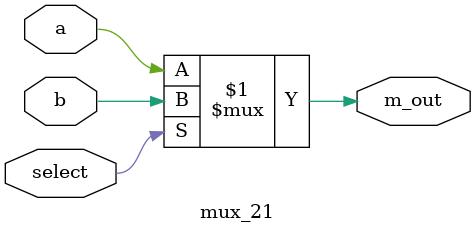
<source format=v>
module mux_21(a,b,select,m_out);
input a,b,select;
output m_out;


assign m_out=(select)?b:a;

endmodule

</source>
